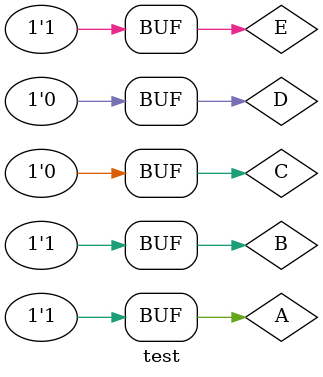
<source format=v>
`timescale 1ns / 1ps


module test;

	// Inputs
	reg A;
	reg B;
	reg C;
	reg D;
	reg E;

	// Outputs
	wire F;

	// Instantiate the Unit Under Test (UUT)
	First_M uut (
		.A(A), 
		.B(B), 
		.C(C), 
		.D(D), 
		.E(E), 
		.F(F)
	);

	initial begin
		// Initialize Inputs
		A = 0;
		B = 0;
		C = 0;
		D = 0;
		E = 0;

		// Wait 100 ns for global reset to finish
		#200;
        
		// Add stimulus here
      #200;
		A = 0;
		B = 1;
		C = 0;
		D = 1;
		E = 0;
		
		
		#200;
		A = 1;
		B = 1;
		C = 0;
		D = 0;
		E = 1;
	end
      
endmodule


</source>
